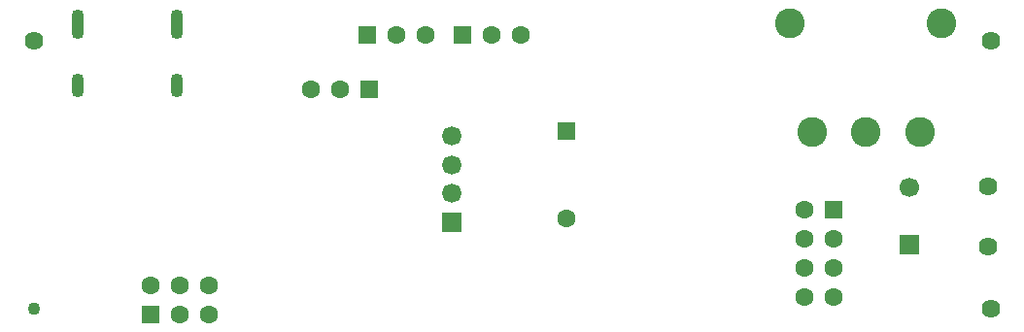
<source format=gbs>
G04*
G04 #@! TF.GenerationSoftware,Altium Limited,Altium Designer,20.1.10 (176)*
G04*
G04 Layer_Color=16711935*
%FSLAX25Y25*%
%MOIN*%
G70*
G04*
G04 #@! TF.SameCoordinates,4904768C-9D57-489E-94B9-A5ABCCC02516*
G04*
G04*
G04 #@! TF.FilePolarity,Negative*
G04*
G01*
G75*
%ADD61R,0.06693X0.06693*%
%ADD62C,0.06693*%
%ADD63C,0.10236*%
%ADD64C,0.06299*%
%ADD65R,0.06299X0.06299*%
%ADD66R,0.06299X0.06299*%
%ADD67R,0.06653X0.06653*%
%ADD68C,0.06653*%
G04:AMPARAMS|DCode=69|XSize=43.31mil|YSize=102.36mil|CornerRadius=21.65mil|HoleSize=0mil|Usage=FLASHONLY|Rotation=180.000|XOffset=0mil|YOffset=0mil|HoleType=Round|Shape=RoundedRectangle|*
%AMROUNDEDRECTD69*
21,1,0.04331,0.05906,0,0,180.0*
21,1,0.00000,0.10236,0,0,180.0*
1,1,0.04331,0.00000,0.02953*
1,1,0.04331,0.00000,0.02953*
1,1,0.04331,0.00000,-0.02953*
1,1,0.04331,0.00000,-0.02953*
%
%ADD69ROUNDEDRECTD69*%
G04:AMPARAMS|DCode=70|XSize=43.31mil|YSize=82.68mil|CornerRadius=21.65mil|HoleSize=0mil|Usage=FLASHONLY|Rotation=180.000|XOffset=0mil|YOffset=0mil|HoleType=Round|Shape=RoundedRectangle|*
%AMROUNDEDRECTD70*
21,1,0.04331,0.03937,0,0,180.0*
21,1,0.00000,0.08268,0,0,180.0*
1,1,0.04331,0.00000,0.01968*
1,1,0.04331,0.00000,0.01968*
1,1,0.04331,0.00000,-0.01968*
1,1,0.04331,0.00000,-0.01968*
%
%ADD70ROUNDEDRECTD70*%
%ADD71C,0.06394*%
%ADD72C,0.04331*%
D61*
X313500Y35157D02*
D03*
D62*
Y54843D02*
D03*
D63*
X272496Y111260D02*
D03*
X279996Y73740D02*
D03*
X298500D02*
D03*
X317004D02*
D03*
X324504Y111260D02*
D03*
D64*
X277402Y17244D02*
D03*
X287402D02*
D03*
X277402Y27244D02*
D03*
X287402D02*
D03*
X277402Y37244D02*
D03*
X287402D02*
D03*
X277402Y47244D02*
D03*
X180000Y107000D02*
D03*
X170000D02*
D03*
X147500D02*
D03*
X137500D02*
D03*
X108000Y88500D02*
D03*
X118000D02*
D03*
X195669Y44094D02*
D03*
X73000Y21000D02*
D03*
Y11000D02*
D03*
X63000Y21000D02*
D03*
Y11000D02*
D03*
X53000Y21000D02*
D03*
D65*
X287402Y47244D02*
D03*
D66*
X160000Y107000D02*
D03*
X127500D02*
D03*
X128000Y88500D02*
D03*
X195669Y74016D02*
D03*
X53000Y11000D02*
D03*
D67*
X156500Y42815D02*
D03*
D68*
Y52658D02*
D03*
Y62500D02*
D03*
Y72342D02*
D03*
D69*
X27992Y110874D02*
D03*
X62008D02*
D03*
D70*
X27992Y89772D02*
D03*
X62008D02*
D03*
D71*
X12992Y105118D02*
D03*
X341339Y12992D02*
D03*
Y105118D02*
D03*
X340551Y34500D02*
D03*
X340500Y55000D02*
D03*
D72*
X12992Y12992D02*
D03*
M02*

</source>
